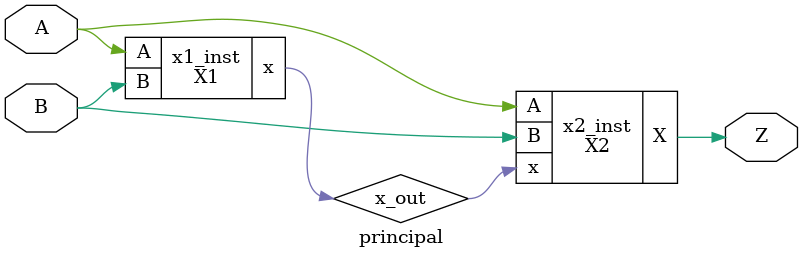
<source format=v>
/*
    Proyecto de Circuito Digitales 1

    Kevin Vásquez
    Sebastian Rojas
    Alonso Corrales
*/

/*
    Sentido de recorrido de derecha a izquierda
    Se implementa de forma estructural ya que al necesitarse de dos estados...
    ...se requiere de menor lógica y resulta más fácil alambrar meduiante instancias.
*/


//Módulo para la celda inicial, se establece como X1 y X2 por la Funcion de proximo estado X(x,A,B), no por alguna otra razon

//Se establecen las entradas y las salidas del módulo.

module X1 (
  input A,
  input B,
  output reg x
);

  assign x = A & ~B;

endmodule


//Módulo para la celda típica, la salida de la etapa anterior es entrada de esta.

module X2 (
  input x,
  input A,
  input B,
  output reg X
);

  always @* begin
    // Implementación de la función lógica que describe el Proximo Estado, la Explicacion de esta ecuación viene en el reporte.
    X = (A & ~B) | (x & ~B) | (x & A);
  end

endmodule


// Se establece un módulo que sirve para intercomunicar la celda inicial y la tipica por medio de instancias.

// Como Z se activa en bajo, se requiere negar X, el cual es la salida Z, por tanto se niega.

module principal (
  input A,
  input B,
  output reg Z
);

  wire x_out;

  // Instanciación del primer módulo X1
  X1 x1_inst (
    .A(A),
    .B(B),
    .x(x_out)
  );

  // Instanciación del segundo módulo X2
  X2 x2_inst (
    .A(A),
    .B(B),
    .x(x_out),
    .X(Z)
  );

  // La salida final es la negación de Z
  assign Z = ~Z;

endmodule

</source>
